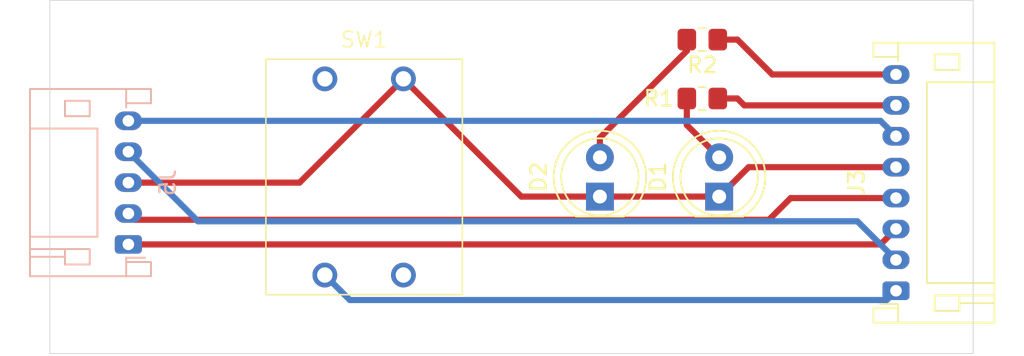
<source format=kicad_pcb>
(kicad_pcb (version 20241229) (generator "pcbnew") (generator_version "9.0")
  (layers (0 "F.Cu" signal) (2 "B.Cu" signal) (13 "F.Paste" user) (15 "B.Paste" user) (5 "F.SilkS" user "F.Silkscreen") (7 "B.SilkS" user "B.Silkscreen") (1 "F.Mask" user) (3 "B.Mask" user) (25 "Edge.Cuts" user))
  (net 0 "")
  (net 1 "Net-(D1-A)")
  (net 2 "Net-(D2-A)")
  (net 3 "Net-(J3-Pin_2)")
  (net 4 "Net-(J3-Pin_7)")
  (net 5 "Net-(J3-Pin_6)")
  (net 6 "Net-(J3-Pin_8)")
  (net 7 "Net-(J3-Pin_3)")
  (net 8 "Net-(J3-Pin_1)")
  (net 10 "/GND")
  (net 12 "/3V3")
  (footprint "Resistor_SMD:R_0805_2012Metric_Pad1.20x1.40mm_HandSolder" (layer "F.Cu") (at 162.83 95.25 180)
    (property "Reference" "R2" (at 0 -1.65 0) (layer "F.SilkS"))
    (property "Value" "R_LED_GREEN")
    (fp_line (start -0.227064 0.735) (end 0.227064 0.735) (stroke (width 0.12)) (layer "F.SilkS"))
    (fp_line (start -0.227064 -0.735) (end 0.227064 -0.735) (stroke (width 0.12)) (layer "F.SilkS"))
    (pad "1" smd roundrect (at -1 0 180) (size 1.2 1.4) (layers "F.Cu" "F.Mask" "F.Paste") (roundrect_rratio 0.208333) (net 6 "Net-(J3-Pin_8)"))
    (pad "2" smd roundrect (at 1 0 180) (size 1.2 1.4) (layers "F.Cu" "F.Mask" "F.Paste") (roundrect_rratio 0.208333) (net 2 "Net-(D2-A)"))
  )
  (footprint "LED_THT:LED_D5.0mm_Clear" (layer "F.Cu") (at 163.92 105.41 90)
    (property "Reference" "D1" (at 1.27 -3.96 90) (layer "F.SilkS"))
    (property "Value" "LED_RED")
    (fp_line (start -1.29 -1.545) (end -1.29 1.545) (stroke (width 0.12)) (layer "F.SilkS"))
    (fp_arc (start -1.29 -1.54483) (mid 2.071756 -2.880501) (end 4.26 -0.000048) (stroke (width 0.12)) (layer "F.SilkS"))
    (fp_arc (start 4.26 0.000048) (mid 2.071756 2.880501) (end -1.29 1.54483) (stroke (width 0.12)) (layer "F.SilkS"))
    (fp_circle (center 1.27 0) (end 3.77 0) (stroke (width 0.12)) (fill no) (layer "F.SilkS"))
    (pad "1" thru_hole rect (at 0 0 90) (size 1.8 1.8) (drill 0.9) (layers "*.Cu" "*.Mask") (net 10 "/GND"))
    (pad "2" thru_hole circle (at 2.54 0 90) (size 1.8 1.8) (drill 0.9) (layers "*.Cu" "*.Mask") (net 1 "Net-(D1-A)"))
  )
  (footprint "LED_THT:LED_D5.0mm_Clear" (layer "F.Cu") (at 156.21 105.41 90)
    (property "Reference" "D2" (at 1.27 -3.96 90) (layer "F.SilkS"))
    (property "Value" "LED_GREEN")
    (fp_line (start -1.29 -1.545) (end -1.29 1.545) (stroke (width 0.12)) (layer "F.SilkS"))
    (fp_arc (start -1.29 -1.54483) (mid 2.071756 -2.880501) (end 4.26 -0.000048) (stroke (width 0.12)) (layer "F.SilkS"))
    (fp_arc (start 4.26 0.000048) (mid 2.071756 2.880501) (end -1.29 1.54483) (stroke (width 0.12)) (layer "F.SilkS"))
    (fp_circle (center 1.27 0) (end 3.77 0) (stroke (width 0.12)) (fill no) (layer "F.SilkS"))
    (pad "1" thru_hole rect (at 0 0 90) (size 1.8 1.8) (drill 0.9) (layers "*.Cu" "*.Mask") (net 10 "/GND"))
    (pad "2" thru_hole circle (at 2.54 0 90) (size 1.8 1.8) (drill 0.9) (layers "*.Cu" "*.Mask") (net 2 "Net-(D2-A)"))
  )
  (footprint "Connector_JST:JST_PH_S8B-PH-K_1x08_P2.00mm_Horizontal" (layer "F.Cu") (at 175.35 111.5065 90)
    (property "Reference" "J3" (at 7 -2.55 90) (layer "F.SilkS"))
    (property "Value" "MAIN_BOARD")
    (fp_line (start 16.06 -1.46) (end 15.14 -1.46) (stroke (width 0.12)) (layer "F.SilkS"))
    (fp_line (start 15.14 -1.46) (end 15.14 0.14) (stroke (width 0.12)) (layer "F.SilkS"))
    (fp_line (start -1.14 -1.46) (end -2.06 -1.46) (stroke (width 0.12)) (layer "F.SilkS"))
    (fp_line (start -2.06 -1.46) (end -2.06 6.36) (stroke (width 0.12)) (layer "F.SilkS"))
    (fp_line (start 16.06 0.14) (end 15.14 0.14) (stroke (width 0.12)) (layer "F.SilkS"))
    (fp_line (start 15.14 0.14) (end 14.86 0.14) (stroke (width 0.12)) (layer "F.SilkS"))
    (fp_line (start -0.86 0.14) (end -0.86 -1.075) (stroke (width 0.12)) (layer "F.SilkS"))
    (fp_line (start -0.86 0.14) (end -1.14 0.14) (stroke (width 0.12)) (layer "F.SilkS"))
    (fp_line (start -1.14 0.14) (end -1.14 -1.46) (stroke (width 0.12)) (layer "F.SilkS"))
    (fp_line (start -2.06 0.14) (end -1.14 0.14) (stroke (width 0.12)) (layer "F.SilkS"))
    (fp_line (start 13.5 2) (end 13.5 6.36) (stroke (width 0.12)) (layer "F.SilkS"))
    (fp_line (start 0.5 2) (end 13.5 2) (stroke (width 0.12)) (layer "F.SilkS"))
    (fp_line (start 15.3 2.5) (end 15.3 4.1) (stroke (width 0.12)) (layer "F.SilkS"))
    (fp_line (start 14.3 2.5) (end 15.3 2.5) (stroke (width 0.12)) (layer "F.SilkS"))
    (fp_line (start -0.3 2.5) (end -1.3 2.5) (stroke (width 0.12)) (layer "F.SilkS"))
    (fp_line (start -1.3 2.5) (end -1.3 4.1) (stroke (width 0.12)) (layer "F.SilkS"))
    (fp_line (start 15.3 4.1) (end 14.3 4.1) (stroke (width 0.12)) (layer "F.SilkS"))
    (fp_line (start 14.3 4.1) (end 14.3 2.5) (stroke (width 0.12)) (layer "F.SilkS"))
    (fp_line (start -0.3 4.1) (end -0.3 2.5) (stroke (width 0.12)) (layer "F.SilkS"))
    (fp_line (start -0.3 4.1) (end -0.3 6.36) (stroke (width 0.12)) (layer "F.SilkS"))
    (fp_line (start -0.8 4.1) (end -0.8 6.36) (stroke (width 0.12)) (layer "F.SilkS"))
    (fp_line (start -1.3 4.1) (end -0.3 4.1) (stroke (width 0.12)) (layer "F.SilkS"))
    (fp_line (start 16.06 6.36) (end 16.06 -1.46) (stroke (width 0.12)) (layer "F.SilkS"))
    (fp_line (start 0.5 6.36) (end 0.5 2) (stroke (width 0.12)) (layer "F.SilkS"))
    (fp_line (start -2.06 6.36) (end 16.06 6.36) (stroke (width 0.12)) (layer "F.SilkS"))
    (pad "1" thru_hole roundrect (at 0 0 90) (size 1.2 1.75) (drill 0.75) (layers "*.Cu" "*.Mask") (roundrect_rratio 0.208333) (net 8 "Net-(J3-Pin_1)"))
    (pad "2" thru_hole oval (at 2 0 90) (size 1.2 1.75) (drill 0.75) (layers "*.Cu" "*.Mask") (net 3 "Net-(J3-Pin_2)"))
    (pad "3" thru_hole oval (at 4 0 90) (size 1.2 1.75) (drill 0.75) (layers "*.Cu" "*.Mask") (net 7 "Net-(J3-Pin_3)"))
    (pad "4" thru_hole oval (at 6 0 90) (size 1.2 1.75) (drill 0.75) (layers "*.Cu" "*.Mask") (net 12 "/3V3"))
    (pad "5" thru_hole oval (at 8 0 90) (size 1.2 1.75) (drill 0.75) (layers "*.Cu" "*.Mask") (net 10 "/GND"))
    (pad "6" thru_hole oval (at 10 0 90) (size 1.2 1.75) (drill 0.75) (layers "*.Cu" "*.Mask") (net 5 "Net-(J3-Pin_6)"))
    (pad "7" thru_hole oval (at 12 0 90) (size 1.2 1.75) (drill 0.75) (layers "*.Cu" "*.Mask") (net 4 "Net-(J3-Pin_7)"))
    (pad "8" thru_hole oval (at 14 0 90) (size 1.2 1.75) (drill 0.75) (layers "*.Cu" "*.Mask") (net 6 "Net-(J3-Pin_8)"))
  )
  (footprint "Resistor_SMD:R_0805_2012Metric_Pad1.20x1.40mm_HandSolder" (layer "F.Cu") (at 162.83 99.06 180)
    (property "Reference" "R1" (at 2.81 0 0) (layer "F.SilkS"))
    (property "Value" "R_LED_RED")
    (fp_line (start -0.227064 0.735) (end 0.227064 0.735) (stroke (width 0.12)) (layer "F.SilkS"))
    (fp_line (start -0.227064 -0.735) (end 0.227064 -0.735) (stroke (width 0.12)) (layer "F.SilkS"))
    (pad "1" smd roundrect (at -1 0 180) (size 1.2 1.4) (layers "F.Cu" "F.Mask" "F.Paste") (roundrect_rratio 0.208333) (net 4 "Net-(J3-Pin_7)"))
    (pad "2" smd roundrect (at 1 0 180) (size 1.2 1.4) (layers "F.Cu" "F.Mask" "F.Paste") (roundrect_rratio 0.208333) (net 1 "Net-(D1-A)"))
  )
  (footprint "Custom Footprints:Pushbutton 12x12x7.3" (layer "F.Cu") (at 140.97 112.395)
    (property "Reference" "SW1" (at 0 -17.145 0) (layer "F.SilkS") (effects (font (thickness 0.1))))
    (property "Value" "SW_Push_Dual")
    (fp_rect (start -6.35 -15.875) (end 6.35 -0.635) (stroke (width 0.1)) (fill no) (layer "F.SilkS"))
    (pad "1" thru_hole oval (at -2.54 -14.605) (size 1.6 1.6) (drill 1) (layers "*.Cu" "*.Mask"))
    (pad "2" thru_hole oval (at 2.54 -14.605) (size 1.6 1.6) (drill 1) (layers "*.Cu" "*.Mask") (net 10 "/GND"))
    (pad "3" thru_hole oval (at -2.54 -1.905) (size 1.6 1.6) (drill 1) (layers "*.Cu" "*.Mask") (net 8 "Net-(J3-Pin_1)"))
    (pad "4" thru_hole oval (at 2.54 -1.905) (size 1.6 1.6) (drill 1) (layers "*.Cu" "*.Mask"))
  )
  (footprint "Connector_JST:JST_PH_S5B-PH-K_1x05_P2.00mm_Horizontal" (layer "B.Cu") (at 125.73 108.5065 90)
    (property "Reference" "J5" (at 4 2.55 90) (layer "B.SilkS") (effects (justify mirror)))
    (property "Value" "MIC")
    (fp_line (start 10.06 -6.36) (end 10.06 1.46) (stroke (width 0.12)) (layer "B.SilkS"))
    (fp_line (start 0.5 -6.36) (end 0.5 -2) (stroke (width 0.12)) (layer "B.SilkS"))
    (fp_line (start -2.06 -6.36) (end 10.06 -6.36) (stroke (width 0.12)) (layer "B.SilkS"))
    (fp_line (start 9.3 -4.1) (end 8.3 -4.1) (stroke (width 0.12)) (layer "B.SilkS"))
    (fp_line (start 8.3 -4.1) (end 8.3 -2.5) (stroke (width 0.12)) (layer "B.SilkS"))
    (fp_line (start -0.3 -4.1) (end -0.3 -6.36) (stroke (width 0.12)) (layer "B.SilkS"))
    (fp_line (start -0.3 -4.1) (end -0.3 -2.5) (stroke (width 0.12)) (layer "B.SilkS"))
    (fp_line (start -0.8 -4.1) (end -0.8 -6.36) (stroke (width 0.12)) (layer "B.SilkS"))
    (fp_line (start -1.3 -4.1) (end -0.3 -4.1) (stroke (width 0.12)) (layer "B.SilkS"))
    (fp_line (start 9.3 -2.5) (end 9.3 -4.1) (stroke (width 0.12)) (layer "B.SilkS"))
    (fp_line (start 8.3 -2.5) (end 9.3 -2.5) (stroke (width 0.12)) (layer "B.SilkS"))
    (fp_line (start -0.3 -2.5) (end -1.3 -2.5) (stroke (width 0.12)) (layer "B.SilkS"))
    (fp_line (start -1.3 -2.5) (end -1.3 -4.1) (stroke (width 0.12)) (layer "B.SilkS"))
    (fp_line (start 7.5 -2) (end 7.5 -6.36) (stroke (width 0.12)) (layer "B.SilkS"))
    (fp_line (start 0.5 -2) (end 7.5 -2) (stroke (width 0.12)) (layer "B.SilkS"))
    (fp_line (start 10.06 -0.14) (end 9.14 -0.14) (stroke (width 0.12)) (layer "B.SilkS"))
    (fp_line (start 9.14 -0.14) (end 8.86 -0.14) (stroke (width 0.12)) (layer "B.SilkS"))
    (fp_line (start -0.86 -0.14) (end -1.14 -0.14) (stroke (width 0.12)) (layer "B.SilkS"))
    (fp_line (start -0.86 -0.14) (end -0.86 1.075) (stroke (width 0.12)) (layer "B.SilkS"))
    (fp_line (start -1.14 -0.14) (end -1.14 1.46) (stroke (width 0.12)) (layer "B.SilkS"))
    (fp_line (start -2.06 -0.14) (end -1.14 -0.14) (stroke (width 0.12)) (layer "B.SilkS"))
    (fp_line (start 10.06 1.46) (end 9.14 1.46) (stroke (width 0.12)) (layer "B.SilkS"))
    (fp_line (start 9.14 1.46) (end 9.14 -0.14) (stroke (width 0.12)) (layer "B.SilkS"))
    (fp_line (start -1.14 1.46) (end -2.06 1.46) (stroke (width 0.12)) (layer "B.SilkS"))
    (fp_line (start -2.06 1.46) (end -2.06 -6.36) (stroke (width 0.12)) (layer "B.SilkS"))
    (pad "1" thru_hole roundrect (at 0 0 90) (size 1.2 1.75) (drill 0.75) (layers "*.Cu" "*.Mask") (roundrect_rratio 0.208333) (net 7 "Net-(J3-Pin_3)"))
    (pad "2" thru_hole oval (at 2 0 90) (size 1.2 1.75) (drill 0.75) (layers "*.Cu" "*.Mask") (net 12 "/3V3"))
    (pad "3" thru_hole oval (at 4 0 90) (size 1.2 1.75) (drill 0.75) (layers "*.Cu" "*.Mask") (net 10 "/GND"))
    (pad "4" thru_hole oval (at 6 0 90) (size 1.2 1.75) (drill 0.75) (layers "*.Cu" "*.Mask") (net 3 "Net-(J3-Pin_2)"))
    (pad "5" thru_hole oval (at 8 0 90) (size 1.2 1.75) (drill 0.75) (layers "*.Cu" "*.Mask") (net 5 "Net-(J3-Pin_6)"))
  )
  (gr_rect (start 120.65 92.71) (end 180.34 115.57) (stroke (width 0.05)) (fill no) (layer "Edge.Cuts"))
  (segment (start 163.92 102.87) (end 161.83 100.78) (width 0.4) (layer "F.Cu") (net 1))
  (segment (start 161.83 100.78) (end 161.83 99.06) (width 0.4) (layer "F.Cu") (net 1))
  (segment (start 156.21 101.6) (end 161.83 95.98) (width 0.4) (layer "F.Cu") (net 2))
  (segment (start 161.83 95.98) (end 161.83 95.25) (width 0.4) (layer "F.Cu") (net 2))
  (segment (start 156.21 102.87) (end 156.21 101.6) (width 0.4) (layer "F.Cu") (net 2))
  (segment (start 125.73 102.5065) (end 130.23253 107.00903) (width 0.4) (layer "B.Cu") (net 3))
  (segment (start 172.85253 107.00903) (end 175.35 109.5065) (width 0.4) (layer "B.Cu") (net 3))
  (segment (start 130.23253 107.00903) (end 172.85253 107.00903) (width 0.4) (layer "B.Cu") (net 3))
  (segment (start 165.1 99.06) (end 165.5465 99.5065) (width 0.4) (layer "F.Cu") (net 4))
  (segment (start 163.83 99.06) (end 165.1 99.06) (width 0.4) (layer "F.Cu") (net 4))
  (segment (start 165.5465 99.5065) (end 175.35 99.5065) (width 0.4) (layer "F.Cu") (net 4))
  (segment (start 125.73 100.5065) (end 174.35 100.5065) (width 0.4) (layer "B.Cu") (net 5))
  (segment (start 174.35 100.5065) (end 175.35 101.5065) (width 0.4) (layer "B.Cu") (net 5))
  (segment (start 167.3565 97.5065) (end 175.35 97.5065) (width 0.4) (layer "F.Cu") (net 6))
  (segment (start 165.1 95.25) (end 167.3565 97.5065) (width 0.4) (layer "F.Cu") (net 6))
  (segment (start 163.83 95.25) (end 165.1 95.25) (width 0.4) (layer "F.Cu") (net 6))
  (segment (start 174.35 108.5065) (end 175.35 107.5065) (width 0.4) (layer "F.Cu") (net 7))
  (segment (start 125.73 108.5065) (end 174.35 108.5065) (width 0.4) (layer "F.Cu") (net 7))
  (segment (start 140.0465 112.1065) (end 174.75 112.1065) (width 0.4) (layer "B.Cu") (net 8))
  (segment (start 174.75 112.1065) (end 175.35 111.5065) (width 0.4) (layer "B.Cu") (net 8))
  (segment (start 138.43 110.49) (end 140.0465 112.1065) (width 0.4) (layer "B.Cu") (net 8))
  (segment (start 136.7935 104.5065) (end 143.51 97.79) (width 0.4) (layer "F.Cu") (net 10))
  (segment (start 151.13 105.41) (end 143.51 97.79) (width 0.4) (layer "F.Cu") (net 10))
  (segment (start 156.21 105.41) (end 151.13 105.41) (width 0.4) (layer "F.Cu") (net 10))
  (segment (start 175.35 103.5065) (end 165.8235 103.5065) (width 0.4) (layer "F.Cu") (net 10))
  (segment (start 165.8235 103.5065) (end 163.92 105.41) (width 0.4) (layer "F.Cu") (net 10))
  (segment (start 125.73 104.5065) (end 136.7935 104.5065) (width 0.4) (layer "F.Cu") (net 10))
  (segment (start 163.92 105.41) (end 156.21 105.41) (width 0.4) (layer "F.Cu") (net 10))
  (segment (start 168.54175 105.5065) (end 167.13725 106.911) (width 0.4) (layer "F.Cu") (net 12))
  (segment (start 167.13725 106.911) (end 126.1345 106.911) (width 0.4) (layer "F.Cu") (net 12))
  (segment (start 175.35 105.5065) (end 168.54175 105.5065) (width 0.4) (layer "F.Cu") (net 12))
  (segment (start 126.1345 106.911) (end 125.73 106.5065) (width 0.4) (layer "F.Cu") (net 12))
)
</source>
